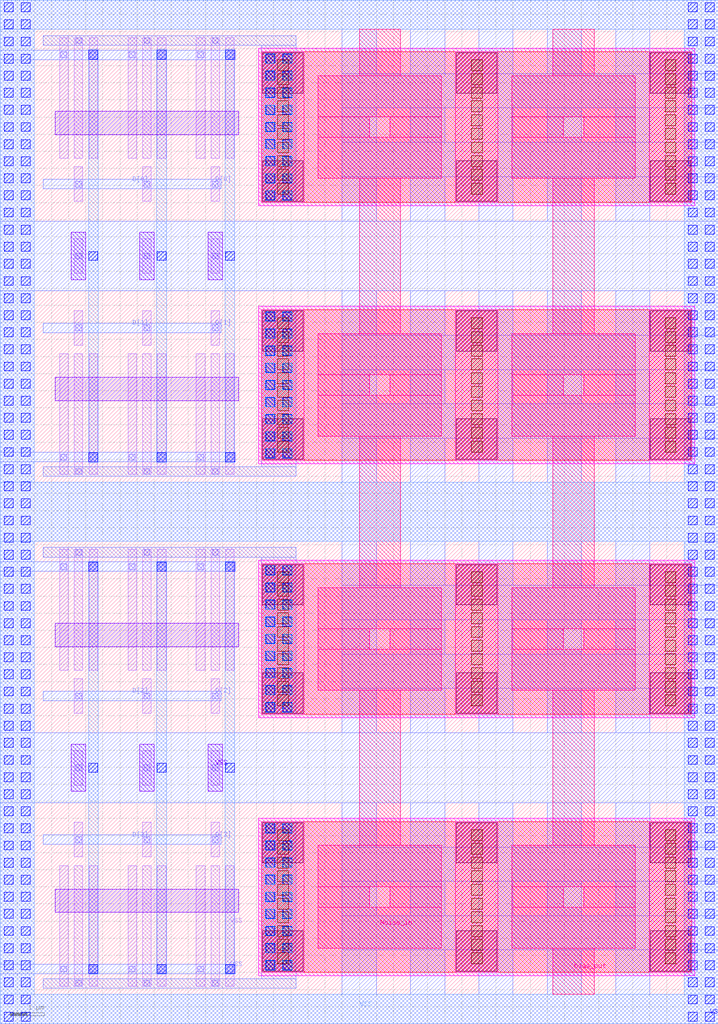
<source format=lef>
VERSION 5.7 ;
  NOWIREEXTENSIONATPIN ON ;
  DIVIDERCHAR "/" ;
  BUSBITCHARS "[]" ;
MACRO NOISE_INJECTION
  CLASS BLOCK ;
  FOREIGN NOISE_INJECTION ;
  ORIGIN 0.000 0.000 ;
  SIZE 21.000 BY 29.920 ;
  PIN D[3]
    ANTENNAGATEAREA 0.378000 ;
    PORT
      LAYER li1 ;
        RECT 2.165 4.875 2.415 5.885 ;
        RECT 4.165 4.875 4.415 5.885 ;
        RECT 6.165 4.875 6.415 5.885 ;
      LAYER mcon ;
        RECT 2.205 5.295 2.375 5.465 ;
        RECT 4.205 5.295 4.375 5.465 ;
        RECT 6.205 5.295 6.375 5.465 ;
      LAYER met1 ;
        RECT 1.260 5.240 6.460 5.520 ;
    END
  END D[3]
  PIN VSS
    ANTENNADIFFAREA 3.813600 ;
    PORT
      LAYER pwell ;
        RECT 2.075 21.750 2.505 23.130 ;
        RECT 4.075 21.750 4.505 23.130 ;
        RECT 6.075 21.750 6.505 23.130 ;
        RECT 2.075 6.790 2.505 8.170 ;
        RECT 4.075 6.790 4.505 8.170 ;
        RECT 6.075 6.790 6.505 8.170 ;
      LAYER li1 ;
        RECT 1.735 25.295 1.985 28.825 ;
        RECT 2.595 25.295 2.845 28.825 ;
        RECT 3.735 25.295 3.985 28.825 ;
        RECT 4.595 25.295 4.845 28.825 ;
        RECT 5.735 25.295 5.985 28.825 ;
        RECT 6.595 25.295 6.845 28.825 ;
        RECT 2.165 21.935 2.415 22.945 ;
        RECT 4.165 21.935 4.415 22.945 ;
        RECT 6.165 21.935 6.415 22.945 ;
        RECT 1.735 16.055 1.985 19.585 ;
        RECT 2.595 16.055 2.845 19.585 ;
        RECT 3.735 16.055 3.985 19.585 ;
        RECT 4.595 16.055 4.845 19.585 ;
        RECT 5.735 16.055 5.985 19.585 ;
        RECT 6.595 16.055 6.845 19.585 ;
        RECT 1.735 10.335 1.985 13.865 ;
        RECT 2.595 10.335 2.845 13.865 ;
        RECT 3.735 10.335 3.985 13.865 ;
        RECT 4.595 10.335 4.845 13.865 ;
        RECT 5.735 10.335 5.985 13.865 ;
        RECT 6.595 10.335 6.845 13.865 ;
        RECT 2.165 6.975 2.415 7.985 ;
        RECT 4.165 6.975 4.415 7.985 ;
        RECT 6.165 6.975 6.415 7.985 ;
        RECT 1.735 1.095 1.985 4.625 ;
        RECT 2.595 1.095 2.845 4.625 ;
        RECT 3.735 1.095 3.985 4.625 ;
        RECT 4.595 1.095 4.845 4.625 ;
        RECT 5.735 1.095 5.985 4.625 ;
        RECT 6.595 1.095 6.845 4.625 ;
      LAYER mcon ;
        RECT 1.775 28.235 1.945 28.405 ;
        RECT 2.635 28.235 2.805 28.405 ;
        RECT 3.775 28.235 3.945 28.405 ;
        RECT 4.635 28.235 4.805 28.405 ;
        RECT 5.775 28.235 5.945 28.405 ;
        RECT 6.635 28.235 6.805 28.405 ;
        RECT 2.205 22.355 2.375 22.525 ;
        RECT 4.205 22.355 4.375 22.525 ;
        RECT 6.205 22.355 6.375 22.525 ;
        RECT 1.775 16.475 1.945 16.645 ;
        RECT 2.635 16.475 2.805 16.645 ;
        RECT 3.775 16.475 3.945 16.645 ;
        RECT 4.635 16.475 4.805 16.645 ;
        RECT 5.775 16.475 5.945 16.645 ;
        RECT 6.635 16.475 6.805 16.645 ;
        RECT 1.775 13.275 1.945 13.445 ;
        RECT 2.635 13.275 2.805 13.445 ;
        RECT 3.775 13.275 3.945 13.445 ;
        RECT 4.635 13.275 4.805 13.445 ;
        RECT 5.775 13.275 5.945 13.445 ;
        RECT 6.635 13.275 6.805 13.445 ;
        RECT 2.205 7.395 2.375 7.565 ;
        RECT 4.205 7.395 4.375 7.565 ;
        RECT 6.205 7.395 6.375 7.565 ;
        RECT 1.775 1.515 1.945 1.685 ;
        RECT 2.635 1.515 2.805 1.685 ;
        RECT 3.775 1.515 3.945 1.685 ;
        RECT 4.635 1.515 4.805 1.685 ;
        RECT 5.775 1.515 5.945 1.685 ;
        RECT 6.635 1.515 6.805 1.685 ;
      LAYER met1 ;
        RECT 0.000 29.060 21.000 29.920 ;
        RECT 0.000 28.460 1.000 29.060 ;
        RECT 0.000 28.180 6.890 28.460 ;
        RECT 0.000 23.460 1.000 28.180 ;
        RECT 10.000 27.770 11.000 29.060 ;
        RECT 12.000 27.770 13.000 29.060 ;
        RECT 14.000 27.770 15.000 29.060 ;
        RECT 16.000 27.770 17.000 29.060 ;
        RECT 18.000 27.770 19.000 29.060 ;
        RECT 20.000 27.770 21.000 29.060 ;
        RECT 10.000 26.770 21.000 27.770 ;
        RECT 10.000 25.760 11.000 26.770 ;
        RECT 12.000 25.760 13.000 26.770 ;
        RECT 14.000 25.760 15.000 26.770 ;
        RECT 16.000 25.760 17.000 26.770 ;
        RECT 18.000 25.760 19.000 26.770 ;
        RECT 20.000 25.760 21.000 26.770 ;
        RECT 10.000 24.760 21.000 25.760 ;
        RECT 10.000 23.460 11.000 24.760 ;
        RECT 12.000 23.460 13.000 24.760 ;
        RECT 14.000 23.460 15.000 24.760 ;
        RECT 16.000 23.460 17.000 24.760 ;
        RECT 18.000 23.460 19.000 24.760 ;
        RECT 20.000 23.460 21.000 24.760 ;
        RECT 0.000 21.420 21.000 23.460 ;
        RECT 0.000 16.700 1.000 21.420 ;
        RECT 10.000 20.120 11.000 21.420 ;
        RECT 12.000 20.120 13.000 21.420 ;
        RECT 14.000 20.120 15.000 21.420 ;
        RECT 16.000 20.120 17.000 21.420 ;
        RECT 18.000 20.120 19.000 21.420 ;
        RECT 20.000 20.120 21.000 21.420 ;
        RECT 10.000 19.120 21.000 20.120 ;
        RECT 10.000 18.120 11.000 19.120 ;
        RECT 12.000 18.120 13.000 19.120 ;
        RECT 14.000 18.120 15.000 19.120 ;
        RECT 16.000 18.120 17.000 19.120 ;
        RECT 18.000 18.120 19.000 19.120 ;
        RECT 20.000 18.120 21.000 19.120 ;
        RECT 10.000 17.120 21.000 18.120 ;
        RECT 0.000 16.420 6.890 16.700 ;
        RECT 0.000 15.820 1.000 16.420 ;
        RECT 10.000 15.820 11.000 17.120 ;
        RECT 12.000 15.820 13.000 17.120 ;
        RECT 14.000 15.820 15.000 17.120 ;
        RECT 16.000 15.820 17.000 17.120 ;
        RECT 18.000 15.820 19.000 17.120 ;
        RECT 20.000 15.820 21.000 17.120 ;
        RECT 0.000 14.100 21.000 15.820 ;
        RECT 0.000 13.500 1.000 14.100 ;
        RECT 0.000 13.220 6.890 13.500 ;
        RECT 0.000 8.500 1.000 13.220 ;
        RECT 10.000 12.810 11.000 14.100 ;
        RECT 12.000 12.810 13.000 14.100 ;
        RECT 14.000 12.810 15.000 14.100 ;
        RECT 16.000 12.810 17.000 14.100 ;
        RECT 18.000 12.810 19.000 14.100 ;
        RECT 20.000 12.810 21.000 14.100 ;
        RECT 10.000 11.810 21.000 12.810 ;
        RECT 10.000 10.800 11.000 11.810 ;
        RECT 12.000 10.800 13.000 11.810 ;
        RECT 14.000 10.800 15.000 11.810 ;
        RECT 16.000 10.800 17.000 11.810 ;
        RECT 18.000 10.800 19.000 11.810 ;
        RECT 20.000 10.800 21.000 11.810 ;
        RECT 10.000 9.800 21.000 10.800 ;
        RECT 10.000 8.500 11.000 9.800 ;
        RECT 12.000 8.500 13.000 9.800 ;
        RECT 14.000 8.500 15.000 9.800 ;
        RECT 16.000 8.500 17.000 9.800 ;
        RECT 18.000 8.500 19.000 9.800 ;
        RECT 20.000 8.500 21.000 9.800 ;
        RECT 0.000 6.460 21.000 8.500 ;
        RECT 0.000 1.740 1.000 6.460 ;
        RECT 10.000 5.160 11.000 6.460 ;
        RECT 12.000 5.160 13.000 6.460 ;
        RECT 14.000 5.160 15.000 6.460 ;
        RECT 16.000 5.160 17.000 6.460 ;
        RECT 18.000 5.160 19.000 6.460 ;
        RECT 20.000 5.160 21.000 6.460 ;
        RECT 10.000 4.160 21.000 5.160 ;
        RECT 10.000 3.160 11.000 4.160 ;
        RECT 12.000 3.160 13.000 4.160 ;
        RECT 14.000 3.160 15.000 4.160 ;
        RECT 16.000 3.160 17.000 4.160 ;
        RECT 18.000 3.160 19.000 4.160 ;
        RECT 20.000 3.160 21.000 4.160 ;
        RECT 10.000 2.160 21.000 3.160 ;
        RECT 0.000 1.460 6.890 1.740 ;
        RECT 0.000 0.860 1.000 1.460 ;
        RECT 10.000 0.860 11.000 2.160 ;
        RECT 12.000 0.860 13.000 2.160 ;
        RECT 14.000 0.860 15.000 2.160 ;
        RECT 16.000 0.860 17.000 2.160 ;
        RECT 18.000 0.860 19.000 2.160 ;
        RECT 20.000 0.860 21.000 2.160 ;
        RECT 0.000 0.000 21.000 0.860 ;
      LAYER via ;
        RECT 0.120 29.580 0.380 29.840 ;
        RECT 0.620 29.580 0.880 29.840 ;
        RECT 20.120 29.580 20.380 29.840 ;
        RECT 20.620 29.580 20.880 29.840 ;
        RECT 0.120 29.080 0.380 29.340 ;
        RECT 0.620 29.080 0.880 29.340 ;
        RECT 20.120 29.080 20.380 29.340 ;
        RECT 20.620 29.080 20.880 29.340 ;
        RECT 0.120 28.580 0.380 28.840 ;
        RECT 0.620 28.580 0.880 28.840 ;
        RECT 0.120 28.080 0.380 28.340 ;
        RECT 0.620 28.080 0.880 28.340 ;
        RECT 2.590 28.190 2.850 28.450 ;
        RECT 4.590 28.190 4.850 28.450 ;
        RECT 6.590 28.190 6.850 28.450 ;
        RECT 0.120 27.580 0.380 27.840 ;
        RECT 0.620 27.580 0.880 27.840 ;
        RECT 0.120 27.080 0.380 27.340 ;
        RECT 0.620 27.080 0.880 27.340 ;
        RECT 0.120 26.580 0.380 26.840 ;
        RECT 0.620 26.580 0.880 26.840 ;
        RECT 0.120 26.080 0.380 26.340 ;
        RECT 0.620 26.080 0.880 26.340 ;
        RECT 0.120 25.580 0.380 25.840 ;
        RECT 0.620 25.580 0.880 25.840 ;
        RECT 0.120 25.080 0.380 25.340 ;
        RECT 0.620 25.080 0.880 25.340 ;
        RECT 0.120 24.580 0.380 24.840 ;
        RECT 0.620 24.580 0.880 24.840 ;
        RECT 0.120 24.080 0.380 24.340 ;
        RECT 0.620 24.080 0.880 24.340 ;
        RECT 0.120 23.580 0.380 23.840 ;
        RECT 0.620 23.580 0.880 23.840 ;
        RECT 20.120 28.580 20.380 28.840 ;
        RECT 20.620 28.580 20.880 28.840 ;
        RECT 20.120 28.080 20.380 28.340 ;
        RECT 20.620 28.080 20.880 28.340 ;
        RECT 20.120 27.580 20.380 27.840 ;
        RECT 20.620 27.580 20.880 27.840 ;
        RECT 20.120 27.080 20.380 27.340 ;
        RECT 20.620 27.080 20.880 27.340 ;
        RECT 20.120 26.580 20.380 26.840 ;
        RECT 20.620 26.580 20.880 26.840 ;
        RECT 20.120 26.080 20.380 26.340 ;
        RECT 20.620 26.080 20.880 26.340 ;
        RECT 20.120 25.580 20.380 25.840 ;
        RECT 20.620 25.580 20.880 25.840 ;
        RECT 20.120 25.080 20.380 25.340 ;
        RECT 20.620 25.080 20.880 25.340 ;
        RECT 20.120 24.580 20.380 24.840 ;
        RECT 20.620 24.580 20.880 24.840 ;
        RECT 20.120 24.080 20.380 24.340 ;
        RECT 20.620 24.080 20.880 24.340 ;
        RECT 20.120 23.580 20.380 23.840 ;
        RECT 20.620 23.580 20.880 23.840 ;
        RECT 0.120 23.080 0.380 23.340 ;
        RECT 0.620 23.080 0.880 23.340 ;
        RECT 20.120 23.080 20.380 23.340 ;
        RECT 20.620 23.080 20.880 23.340 ;
        RECT 0.120 22.580 0.380 22.840 ;
        RECT 0.620 22.580 0.880 22.840 ;
        RECT 20.120 22.580 20.380 22.840 ;
        RECT 20.620 22.580 20.880 22.840 ;
        RECT 0.120 22.080 0.380 22.340 ;
        RECT 0.620 22.080 0.880 22.340 ;
        RECT 2.590 22.310 2.850 22.570 ;
        RECT 4.590 22.310 4.850 22.570 ;
        RECT 6.590 22.310 6.850 22.570 ;
        RECT 20.120 22.080 20.380 22.340 ;
        RECT 20.620 22.080 20.880 22.340 ;
        RECT 0.120 21.580 0.380 21.840 ;
        RECT 0.620 21.580 0.880 21.840 ;
        RECT 20.120 21.580 20.380 21.840 ;
        RECT 20.620 21.580 20.880 21.840 ;
        RECT 0.120 21.080 0.380 21.340 ;
        RECT 0.620 21.080 0.880 21.340 ;
        RECT 0.120 20.580 0.380 20.840 ;
        RECT 0.620 20.580 0.880 20.840 ;
        RECT 0.120 20.080 0.380 20.340 ;
        RECT 0.620 20.080 0.880 20.340 ;
        RECT 0.120 19.580 0.380 19.840 ;
        RECT 0.620 19.580 0.880 19.840 ;
        RECT 0.120 19.080 0.380 19.340 ;
        RECT 0.620 19.080 0.880 19.340 ;
        RECT 0.120 18.580 0.380 18.840 ;
        RECT 0.620 18.580 0.880 18.840 ;
        RECT 0.120 18.080 0.380 18.340 ;
        RECT 0.620 18.080 0.880 18.340 ;
        RECT 0.120 17.580 0.380 17.840 ;
        RECT 0.620 17.580 0.880 17.840 ;
        RECT 0.120 17.080 0.380 17.340 ;
        RECT 0.620 17.080 0.880 17.340 ;
        RECT 0.120 16.580 0.380 16.840 ;
        RECT 0.620 16.580 0.880 16.840 ;
        RECT 20.120 21.080 20.380 21.340 ;
        RECT 20.620 21.080 20.880 21.340 ;
        RECT 20.120 20.580 20.380 20.840 ;
        RECT 20.620 20.580 20.880 20.840 ;
        RECT 20.120 20.080 20.380 20.340 ;
        RECT 20.620 20.080 20.880 20.340 ;
        RECT 20.120 19.580 20.380 19.840 ;
        RECT 20.620 19.580 20.880 19.840 ;
        RECT 20.120 19.080 20.380 19.340 ;
        RECT 20.620 19.080 20.880 19.340 ;
        RECT 20.120 18.580 20.380 18.840 ;
        RECT 20.620 18.580 20.880 18.840 ;
        RECT 20.120 18.080 20.380 18.340 ;
        RECT 20.620 18.080 20.880 18.340 ;
        RECT 20.120 17.580 20.380 17.840 ;
        RECT 20.620 17.580 20.880 17.840 ;
        RECT 2.590 16.430 2.850 16.690 ;
        RECT 4.590 16.430 4.850 16.690 ;
        RECT 6.590 16.430 6.850 16.690 ;
        RECT 0.120 16.080 0.380 16.340 ;
        RECT 0.620 16.080 0.880 16.340 ;
        RECT 0.120 15.580 0.380 15.840 ;
        RECT 0.620 15.580 0.880 15.840 ;
        RECT 20.120 17.080 20.380 17.340 ;
        RECT 20.620 17.080 20.880 17.340 ;
        RECT 20.120 16.580 20.380 16.840 ;
        RECT 20.620 16.580 20.880 16.840 ;
        RECT 20.120 16.080 20.380 16.340 ;
        RECT 20.620 16.080 20.880 16.340 ;
        RECT 20.120 15.580 20.380 15.840 ;
        RECT 20.620 15.580 20.880 15.840 ;
        RECT 0.120 15.080 0.380 15.340 ;
        RECT 0.620 15.080 0.880 15.340 ;
        RECT 20.120 15.080 20.380 15.340 ;
        RECT 20.620 15.080 20.880 15.340 ;
        RECT 0.120 14.580 0.380 14.840 ;
        RECT 0.620 14.580 0.880 14.840 ;
        RECT 20.120 14.580 20.380 14.840 ;
        RECT 20.620 14.580 20.880 14.840 ;
        RECT 0.120 14.080 0.380 14.340 ;
        RECT 0.620 14.080 0.880 14.340 ;
        RECT 0.120 13.580 0.380 13.840 ;
        RECT 0.620 13.580 0.880 13.840 ;
        RECT 0.120 13.080 0.380 13.340 ;
        RECT 0.620 13.080 0.880 13.340 ;
        RECT 2.590 13.230 2.850 13.490 ;
        RECT 4.590 13.230 4.850 13.490 ;
        RECT 6.590 13.230 6.850 13.490 ;
        RECT 0.120 12.580 0.380 12.840 ;
        RECT 0.620 12.580 0.880 12.840 ;
        RECT 0.120 12.080 0.380 12.340 ;
        RECT 0.620 12.080 0.880 12.340 ;
        RECT 0.120 11.580 0.380 11.840 ;
        RECT 0.620 11.580 0.880 11.840 ;
        RECT 0.120 11.080 0.380 11.340 ;
        RECT 0.620 11.080 0.880 11.340 ;
        RECT 0.120 10.580 0.380 10.840 ;
        RECT 0.620 10.580 0.880 10.840 ;
        RECT 0.120 10.080 0.380 10.340 ;
        RECT 0.620 10.080 0.880 10.340 ;
        RECT 0.120 9.580 0.380 9.840 ;
        RECT 0.620 9.580 0.880 9.840 ;
        RECT 0.120 9.080 0.380 9.340 ;
        RECT 0.620 9.080 0.880 9.340 ;
        RECT 0.120 8.580 0.380 8.840 ;
        RECT 0.620 8.580 0.880 8.840 ;
        RECT 20.120 14.080 20.380 14.340 ;
        RECT 20.620 14.080 20.880 14.340 ;
        RECT 20.120 13.580 20.380 13.840 ;
        RECT 20.620 13.580 20.880 13.840 ;
        RECT 20.120 13.080 20.380 13.340 ;
        RECT 20.620 13.080 20.880 13.340 ;
        RECT 20.120 12.580 20.380 12.840 ;
        RECT 20.620 12.580 20.880 12.840 ;
        RECT 20.120 12.080 20.380 12.340 ;
        RECT 20.620 12.080 20.880 12.340 ;
        RECT 20.120 11.580 20.380 11.840 ;
        RECT 20.620 11.580 20.880 11.840 ;
        RECT 20.120 11.080 20.380 11.340 ;
        RECT 20.620 11.080 20.880 11.340 ;
        RECT 20.120 10.580 20.380 10.840 ;
        RECT 20.620 10.580 20.880 10.840 ;
        RECT 20.120 10.080 20.380 10.340 ;
        RECT 20.620 10.080 20.880 10.340 ;
        RECT 20.120 9.580 20.380 9.840 ;
        RECT 20.620 9.580 20.880 9.840 ;
        RECT 20.120 9.080 20.380 9.340 ;
        RECT 20.620 9.080 20.880 9.340 ;
        RECT 20.120 8.580 20.380 8.840 ;
        RECT 20.620 8.580 20.880 8.840 ;
        RECT 0.120 8.080 0.380 8.340 ;
        RECT 0.620 8.080 0.880 8.340 ;
        RECT 20.120 8.080 20.380 8.340 ;
        RECT 20.620 8.080 20.880 8.340 ;
        RECT 0.120 7.580 0.380 7.840 ;
        RECT 0.620 7.580 0.880 7.840 ;
        RECT 2.590 7.350 2.850 7.610 ;
        RECT 4.590 7.350 4.850 7.610 ;
        RECT 6.590 7.350 6.850 7.610 ;
        RECT 20.120 7.580 20.380 7.840 ;
        RECT 20.620 7.580 20.880 7.840 ;
        RECT 0.120 7.080 0.380 7.340 ;
        RECT 0.620 7.080 0.880 7.340 ;
        RECT 20.120 7.080 20.380 7.340 ;
        RECT 20.620 7.080 20.880 7.340 ;
        RECT 0.120 6.580 0.380 6.840 ;
        RECT 0.620 6.580 0.880 6.840 ;
        RECT 20.120 6.580 20.380 6.840 ;
        RECT 20.620 6.580 20.880 6.840 ;
        RECT 0.120 6.080 0.380 6.340 ;
        RECT 0.620 6.080 0.880 6.340 ;
        RECT 0.120 5.580 0.380 5.840 ;
        RECT 0.620 5.580 0.880 5.840 ;
        RECT 0.120 5.080 0.380 5.340 ;
        RECT 0.620 5.080 0.880 5.340 ;
        RECT 0.120 4.580 0.380 4.840 ;
        RECT 0.620 4.580 0.880 4.840 ;
        RECT 0.120 4.080 0.380 4.340 ;
        RECT 0.620 4.080 0.880 4.340 ;
        RECT 0.120 3.580 0.380 3.840 ;
        RECT 0.620 3.580 0.880 3.840 ;
        RECT 0.120 3.080 0.380 3.340 ;
        RECT 0.620 3.080 0.880 3.340 ;
        RECT 0.120 2.580 0.380 2.840 ;
        RECT 0.620 2.580 0.880 2.840 ;
        RECT 0.120 2.080 0.380 2.340 ;
        RECT 0.620 2.080 0.880 2.340 ;
        RECT 0.120 1.580 0.380 1.840 ;
        RECT 0.620 1.580 0.880 1.840 ;
        RECT 20.120 6.080 20.380 6.340 ;
        RECT 20.620 6.080 20.880 6.340 ;
        RECT 20.120 5.580 20.380 5.840 ;
        RECT 20.620 5.580 20.880 5.840 ;
        RECT 20.120 5.080 20.380 5.340 ;
        RECT 20.620 5.080 20.880 5.340 ;
        RECT 20.120 4.580 20.380 4.840 ;
        RECT 20.620 4.580 20.880 4.840 ;
        RECT 20.120 4.080 20.380 4.340 ;
        RECT 20.620 4.080 20.880 4.340 ;
        RECT 20.120 3.580 20.380 3.840 ;
        RECT 20.620 3.580 20.880 3.840 ;
        RECT 20.120 3.080 20.380 3.340 ;
        RECT 20.620 3.080 20.880 3.340 ;
        RECT 20.120 2.580 20.380 2.840 ;
        RECT 20.620 2.580 20.880 2.840 ;
        RECT 2.590 1.470 2.850 1.730 ;
        RECT 4.590 1.470 4.850 1.730 ;
        RECT 6.590 1.470 6.850 1.730 ;
        RECT 0.120 1.080 0.380 1.340 ;
        RECT 0.620 1.080 0.880 1.340 ;
        RECT 20.120 2.080 20.380 2.340 ;
        RECT 20.620 2.080 20.880 2.340 ;
        RECT 20.120 1.580 20.380 1.840 ;
        RECT 20.620 1.580 20.880 1.840 ;
        RECT 20.120 1.080 20.380 1.340 ;
        RECT 20.620 1.080 20.880 1.340 ;
        RECT 0.120 0.580 0.380 0.840 ;
        RECT 0.620 0.580 0.880 0.840 ;
        RECT 20.120 0.580 20.380 0.840 ;
        RECT 20.620 0.580 20.880 0.840 ;
        RECT 0.120 0.080 0.380 0.340 ;
        RECT 0.620 0.080 0.880 0.340 ;
        RECT 20.120 0.080 20.380 0.340 ;
        RECT 20.620 0.080 20.880 0.340 ;
      LAYER met2 ;
        RECT 0.000 29.060 21.000 29.920 ;
        RECT 0.000 15.820 1.000 29.060 ;
        RECT 2.580 16.400 2.860 28.480 ;
        RECT 4.580 16.400 4.860 28.480 ;
        RECT 6.580 16.400 6.860 28.480 ;
        RECT 20.000 15.820 21.000 29.060 ;
        RECT 0.000 14.100 21.000 15.820 ;
        RECT 0.000 0.860 1.000 14.100 ;
        RECT 2.580 1.440 2.860 13.520 ;
        RECT 4.580 1.440 4.860 13.520 ;
        RECT 6.580 1.440 6.860 13.520 ;
        RECT 20.000 0.860 21.000 14.100 ;
        RECT 0.000 0.000 21.000 0.860 ;
    END
  END VSS
  PIN D[2]
    ANTENNAGATEAREA 0.378000 ;
    PORT
      LAYER li1 ;
        RECT 2.165 9.075 2.415 10.085 ;
        RECT 4.165 9.075 4.415 10.085 ;
        RECT 6.165 9.075 6.415 10.085 ;
      LAYER mcon ;
        RECT 2.205 9.495 2.375 9.665 ;
        RECT 4.205 9.495 4.375 9.665 ;
        RECT 6.205 9.495 6.375 9.665 ;
      LAYER met1 ;
        RECT 1.260 9.440 6.460 9.720 ;
    END
  END D[2]
  PIN D[1]
    ANTENNAGATEAREA 0.378000 ;
    PORT
      LAYER li1 ;
        RECT 2.165 19.835 2.415 20.845 ;
        RECT 4.165 19.835 4.415 20.845 ;
        RECT 6.165 19.835 6.415 20.845 ;
      LAYER mcon ;
        RECT 2.205 20.255 2.375 20.425 ;
        RECT 4.205 20.255 4.375 20.425 ;
        RECT 6.205 20.255 6.375 20.425 ;
      LAYER met1 ;
        RECT 1.260 20.200 6.460 20.480 ;
    END
  END D[1]
  PIN D[0]
    ANTENNAGATEAREA 0.378000 ;
    PORT
      LAYER li1 ;
        RECT 2.165 24.035 2.415 25.045 ;
        RECT 4.165 24.035 4.415 25.045 ;
        RECT 6.165 24.035 6.415 25.045 ;
      LAYER mcon ;
        RECT 2.205 24.455 2.375 24.625 ;
        RECT 4.205 24.455 4.375 24.625 ;
        RECT 6.205 24.455 6.375 24.625 ;
      LAYER met1 ;
        RECT 1.260 24.400 6.460 24.680 ;
    END
  END D[0]
  PIN Noise_in
    PORT
      LAYER met4 ;
        RECT 10.500 27.710 11.700 29.060 ;
        RECT 9.300 26.510 12.900 27.710 ;
        RECT 9.300 25.910 10.800 26.510 ;
        RECT 11.400 25.910 12.900 26.510 ;
        RECT 9.300 24.710 12.900 25.910 ;
        RECT 10.500 20.170 11.700 24.710 ;
        RECT 9.300 18.970 12.900 20.170 ;
        RECT 9.300 18.370 10.800 18.970 ;
        RECT 11.400 18.370 12.900 18.970 ;
        RECT 9.300 17.170 12.900 18.370 ;
        RECT 10.500 12.750 11.700 17.170 ;
        RECT 9.300 11.550 12.900 12.750 ;
        RECT 9.300 10.950 10.800 11.550 ;
        RECT 11.400 10.950 12.900 11.550 ;
        RECT 9.300 9.750 12.900 10.950 ;
        RECT 10.500 5.210 11.700 9.750 ;
        RECT 9.300 4.010 12.900 5.210 ;
        RECT 9.300 3.410 10.800 4.010 ;
        RECT 11.400 3.410 12.900 4.010 ;
        RECT 9.300 2.210 12.900 3.410 ;
    END
  END Noise_in
  PIN bias_out
    PORT
      LAYER met4 ;
        RECT 16.170 27.710 17.370 29.060 ;
        RECT 14.970 26.510 18.570 27.710 ;
        RECT 14.970 25.910 16.470 26.510 ;
        RECT 17.070 25.910 18.570 26.510 ;
        RECT 14.970 24.710 18.570 25.910 ;
        RECT 16.170 20.170 17.370 24.710 ;
        RECT 14.970 18.970 18.570 20.170 ;
        RECT 14.970 18.370 16.470 18.970 ;
        RECT 17.070 18.370 18.570 18.970 ;
        RECT 14.970 17.170 18.570 18.370 ;
        RECT 16.170 12.750 17.370 17.170 ;
        RECT 14.970 11.550 18.570 12.750 ;
        RECT 14.970 10.950 16.470 11.550 ;
        RECT 17.070 10.950 18.570 11.550 ;
        RECT 14.970 9.750 18.570 10.950 ;
        RECT 16.170 5.210 17.370 9.750 ;
        RECT 14.970 4.010 18.570 5.210 ;
        RECT 14.970 3.410 16.470 4.010 ;
        RECT 17.070 3.410 18.570 4.010 ;
        RECT 14.970 2.210 18.570 3.410 ;
        RECT 16.170 0.860 17.370 2.210 ;
    END
  END bias_out
  OBS
      LAYER pwell ;
        RECT 1.605 25.985 6.975 26.665 ;
        RECT 1.605 18.215 6.975 18.895 ;
        RECT 1.605 11.025 6.975 11.705 ;
        RECT 1.605 3.255 6.975 3.935 ;
      LAYER li1 ;
        RECT 2.165 25.295 2.415 28.825 ;
        RECT 4.165 25.295 4.415 28.825 ;
        RECT 6.165 25.295 6.415 28.825 ;
        RECT 2.165 16.055 2.415 19.585 ;
        RECT 4.165 16.055 4.415 19.585 ;
        RECT 6.165 16.055 6.415 19.585 ;
        RECT 2.165 10.335 2.415 13.865 ;
        RECT 4.165 10.335 4.415 13.865 ;
        RECT 6.165 10.335 6.415 13.865 ;
        RECT 2.165 1.095 2.415 4.625 ;
        RECT 4.165 1.095 4.415 4.625 ;
        RECT 6.165 1.095 6.415 4.625 ;
      LAYER mcon ;
        RECT 2.205 28.655 2.375 28.825 ;
        RECT 4.205 28.655 4.375 28.825 ;
        RECT 6.205 28.655 6.375 28.825 ;
        RECT 2.205 16.055 2.375 16.225 ;
        RECT 4.205 16.055 4.375 16.225 ;
        RECT 6.205 16.055 6.375 16.225 ;
        RECT 2.205 13.695 2.375 13.865 ;
        RECT 4.205 13.695 4.375 13.865 ;
        RECT 6.205 13.695 6.375 13.865 ;
        RECT 2.205 1.095 2.375 1.265 ;
        RECT 4.205 1.095 4.375 1.265 ;
        RECT 6.205 1.095 6.375 1.265 ;
      LAYER met1 ;
        RECT 1.260 28.600 8.650 28.880 ;
        RECT 7.650 24.010 8.650 28.600 ;
        RECT 7.650 16.280 8.650 20.870 ;
        RECT 1.260 16.000 8.650 16.280 ;
        RECT 1.260 13.640 8.650 13.920 ;
        RECT 7.650 9.050 8.650 13.640 ;
        RECT 7.650 1.320 8.650 5.910 ;
        RECT 1.260 1.040 8.650 1.320 ;
      LAYER via ;
        RECT 7.770 28.080 8.030 28.340 ;
        RECT 8.270 28.080 8.530 28.340 ;
        RECT 7.770 27.580 8.030 27.840 ;
        RECT 8.270 27.580 8.530 27.840 ;
        RECT 7.770 27.080 8.030 27.340 ;
        RECT 8.270 27.080 8.530 27.340 ;
        RECT 7.770 26.580 8.030 26.840 ;
        RECT 8.270 26.580 8.530 26.840 ;
        RECT 7.770 26.080 8.030 26.340 ;
        RECT 8.270 26.080 8.530 26.340 ;
        RECT 7.770 25.580 8.030 25.840 ;
        RECT 8.270 25.580 8.530 25.840 ;
        RECT 7.770 25.080 8.030 25.340 ;
        RECT 8.270 25.080 8.530 25.340 ;
        RECT 7.770 24.580 8.030 24.840 ;
        RECT 8.270 24.580 8.530 24.840 ;
        RECT 7.770 24.080 8.030 24.340 ;
        RECT 8.270 24.080 8.530 24.340 ;
        RECT 7.770 20.540 8.030 20.800 ;
        RECT 8.270 20.540 8.530 20.800 ;
        RECT 7.770 20.040 8.030 20.300 ;
        RECT 8.270 20.040 8.530 20.300 ;
        RECT 7.770 19.540 8.030 19.800 ;
        RECT 8.270 19.540 8.530 19.800 ;
        RECT 7.770 19.040 8.030 19.300 ;
        RECT 8.270 19.040 8.530 19.300 ;
        RECT 7.770 18.540 8.030 18.800 ;
        RECT 8.270 18.540 8.530 18.800 ;
        RECT 7.770 18.040 8.030 18.300 ;
        RECT 8.270 18.040 8.530 18.300 ;
        RECT 7.770 17.540 8.030 17.800 ;
        RECT 8.270 17.540 8.530 17.800 ;
        RECT 7.770 17.040 8.030 17.300 ;
        RECT 8.270 17.040 8.530 17.300 ;
        RECT 7.770 16.540 8.030 16.800 ;
        RECT 8.270 16.540 8.530 16.800 ;
        RECT 7.770 13.120 8.030 13.380 ;
        RECT 8.270 13.120 8.530 13.380 ;
        RECT 7.770 12.620 8.030 12.880 ;
        RECT 8.270 12.620 8.530 12.880 ;
        RECT 7.770 12.120 8.030 12.380 ;
        RECT 8.270 12.120 8.530 12.380 ;
        RECT 7.770 11.620 8.030 11.880 ;
        RECT 8.270 11.620 8.530 11.880 ;
        RECT 7.770 11.120 8.030 11.380 ;
        RECT 8.270 11.120 8.530 11.380 ;
        RECT 7.770 10.620 8.030 10.880 ;
        RECT 8.270 10.620 8.530 10.880 ;
        RECT 7.770 10.120 8.030 10.380 ;
        RECT 8.270 10.120 8.530 10.380 ;
        RECT 7.770 9.620 8.030 9.880 ;
        RECT 8.270 9.620 8.530 9.880 ;
        RECT 7.770 9.120 8.030 9.380 ;
        RECT 8.270 9.120 8.530 9.380 ;
        RECT 7.770 5.580 8.030 5.840 ;
        RECT 8.270 5.580 8.530 5.840 ;
        RECT 7.770 5.080 8.030 5.340 ;
        RECT 8.270 5.080 8.530 5.340 ;
        RECT 7.770 4.580 8.030 4.840 ;
        RECT 8.270 4.580 8.530 4.840 ;
        RECT 7.770 4.080 8.030 4.340 ;
        RECT 8.270 4.080 8.530 4.340 ;
        RECT 7.770 3.580 8.030 3.840 ;
        RECT 8.270 3.580 8.530 3.840 ;
        RECT 7.770 3.080 8.030 3.340 ;
        RECT 8.270 3.080 8.530 3.340 ;
        RECT 7.770 2.580 8.030 2.840 ;
        RECT 8.270 2.580 8.530 2.840 ;
        RECT 7.770 2.080 8.030 2.340 ;
        RECT 8.270 2.080 8.530 2.340 ;
        RECT 7.770 1.580 8.030 1.840 ;
        RECT 8.270 1.580 8.530 1.840 ;
      LAYER met2 ;
        RECT 7.650 24.010 8.650 28.410 ;
        RECT 7.650 16.470 8.650 20.870 ;
        RECT 7.650 9.050 8.650 13.450 ;
        RECT 7.650 1.510 8.650 5.910 ;
      LAYER via2 ;
        RECT 7.760 28.070 8.040 28.350 ;
        RECT 8.260 28.070 8.540 28.350 ;
        RECT 7.760 27.570 8.040 27.850 ;
        RECT 8.260 27.570 8.540 27.850 ;
        RECT 7.760 27.070 8.040 27.350 ;
        RECT 8.260 27.070 8.540 27.350 ;
        RECT 7.760 26.570 8.040 26.850 ;
        RECT 8.260 26.570 8.540 26.850 ;
        RECT 7.760 26.070 8.040 26.350 ;
        RECT 8.260 26.070 8.540 26.350 ;
        RECT 7.760 25.570 8.040 25.850 ;
        RECT 8.260 25.570 8.540 25.850 ;
        RECT 7.760 25.070 8.040 25.350 ;
        RECT 8.260 25.070 8.540 25.350 ;
        RECT 7.760 24.570 8.040 24.850 ;
        RECT 8.260 24.570 8.540 24.850 ;
        RECT 7.760 24.070 8.040 24.350 ;
        RECT 8.260 24.070 8.540 24.350 ;
        RECT 7.760 20.530 8.040 20.810 ;
        RECT 8.260 20.530 8.540 20.810 ;
        RECT 7.760 20.030 8.040 20.310 ;
        RECT 8.260 20.030 8.540 20.310 ;
        RECT 7.760 19.530 8.040 19.810 ;
        RECT 8.260 19.530 8.540 19.810 ;
        RECT 7.760 19.030 8.040 19.310 ;
        RECT 8.260 19.030 8.540 19.310 ;
        RECT 7.760 18.530 8.040 18.810 ;
        RECT 8.260 18.530 8.540 18.810 ;
        RECT 7.760 18.030 8.040 18.310 ;
        RECT 8.260 18.030 8.540 18.310 ;
        RECT 7.760 17.530 8.040 17.810 ;
        RECT 8.260 17.530 8.540 17.810 ;
        RECT 7.760 17.030 8.040 17.310 ;
        RECT 8.260 17.030 8.540 17.310 ;
        RECT 7.760 16.530 8.040 16.810 ;
        RECT 8.260 16.530 8.540 16.810 ;
        RECT 7.760 13.110 8.040 13.390 ;
        RECT 8.260 13.110 8.540 13.390 ;
        RECT 7.760 12.610 8.040 12.890 ;
        RECT 8.260 12.610 8.540 12.890 ;
        RECT 7.760 12.110 8.040 12.390 ;
        RECT 8.260 12.110 8.540 12.390 ;
        RECT 7.760 11.610 8.040 11.890 ;
        RECT 8.260 11.610 8.540 11.890 ;
        RECT 7.760 11.110 8.040 11.390 ;
        RECT 8.260 11.110 8.540 11.390 ;
        RECT 7.760 10.610 8.040 10.890 ;
        RECT 8.260 10.610 8.540 10.890 ;
        RECT 7.760 10.110 8.040 10.390 ;
        RECT 8.260 10.110 8.540 10.390 ;
        RECT 7.760 9.610 8.040 9.890 ;
        RECT 8.260 9.610 8.540 9.890 ;
        RECT 7.760 9.110 8.040 9.390 ;
        RECT 8.260 9.110 8.540 9.390 ;
        RECT 7.760 5.570 8.040 5.850 ;
        RECT 8.260 5.570 8.540 5.850 ;
        RECT 7.760 5.070 8.040 5.350 ;
        RECT 8.260 5.070 8.540 5.350 ;
        RECT 7.760 4.570 8.040 4.850 ;
        RECT 8.260 4.570 8.540 4.850 ;
        RECT 7.760 4.070 8.040 4.350 ;
        RECT 8.260 4.070 8.540 4.350 ;
        RECT 7.760 3.570 8.040 3.850 ;
        RECT 8.260 3.570 8.540 3.850 ;
        RECT 7.760 3.070 8.040 3.350 ;
        RECT 8.260 3.070 8.540 3.350 ;
        RECT 7.760 2.570 8.040 2.850 ;
        RECT 8.260 2.570 8.540 2.850 ;
        RECT 7.760 2.070 8.040 2.350 ;
        RECT 8.260 2.070 8.540 2.350 ;
        RECT 7.760 1.570 8.040 1.850 ;
        RECT 8.260 1.570 8.540 1.850 ;
      LAYER met3 ;
        RECT 7.650 24.010 20.220 28.410 ;
        RECT 7.650 16.470 20.220 20.870 ;
        RECT 7.650 9.050 20.220 13.450 ;
        RECT 7.650 1.510 20.220 5.910 ;
      LAYER via3 ;
        RECT 8.105 27.850 8.425 28.170 ;
        RECT 13.775 27.850 14.095 28.170 ;
        RECT 19.445 27.850 19.765 28.170 ;
        RECT 8.105 27.450 8.425 27.770 ;
        RECT 13.775 27.450 14.095 27.770 ;
        RECT 19.445 27.450 19.765 27.770 ;
        RECT 8.105 27.050 8.425 27.370 ;
        RECT 13.775 27.050 14.095 27.370 ;
        RECT 19.445 27.050 19.765 27.370 ;
        RECT 8.105 26.650 8.425 26.970 ;
        RECT 13.775 26.650 14.095 26.970 ;
        RECT 19.445 26.650 19.765 26.970 ;
        RECT 8.105 26.250 8.425 26.570 ;
        RECT 13.775 26.250 14.095 26.570 ;
        RECT 19.445 26.250 19.765 26.570 ;
        RECT 8.105 25.850 8.425 26.170 ;
        RECT 13.775 25.850 14.095 26.170 ;
        RECT 19.445 25.850 19.765 26.170 ;
        RECT 8.105 25.450 8.425 25.770 ;
        RECT 13.775 25.450 14.095 25.770 ;
        RECT 19.445 25.450 19.765 25.770 ;
        RECT 8.105 25.050 8.425 25.370 ;
        RECT 13.775 25.050 14.095 25.370 ;
        RECT 19.445 25.050 19.765 25.370 ;
        RECT 8.105 24.650 8.425 24.970 ;
        RECT 13.775 24.650 14.095 24.970 ;
        RECT 19.445 24.650 19.765 24.970 ;
        RECT 8.105 24.250 8.425 24.570 ;
        RECT 13.775 24.250 14.095 24.570 ;
        RECT 19.445 24.250 19.765 24.570 ;
        RECT 8.105 20.310 8.425 20.630 ;
        RECT 13.775 20.310 14.095 20.630 ;
        RECT 19.445 20.310 19.765 20.630 ;
        RECT 8.105 19.910 8.425 20.230 ;
        RECT 13.775 19.910 14.095 20.230 ;
        RECT 19.445 19.910 19.765 20.230 ;
        RECT 8.105 19.510 8.425 19.830 ;
        RECT 13.775 19.510 14.095 19.830 ;
        RECT 19.445 19.510 19.765 19.830 ;
        RECT 8.105 19.110 8.425 19.430 ;
        RECT 13.775 19.110 14.095 19.430 ;
        RECT 19.445 19.110 19.765 19.430 ;
        RECT 8.105 18.710 8.425 19.030 ;
        RECT 13.775 18.710 14.095 19.030 ;
        RECT 19.445 18.710 19.765 19.030 ;
        RECT 8.105 18.310 8.425 18.630 ;
        RECT 13.775 18.310 14.095 18.630 ;
        RECT 19.445 18.310 19.765 18.630 ;
        RECT 8.105 17.910 8.425 18.230 ;
        RECT 13.775 17.910 14.095 18.230 ;
        RECT 19.445 17.910 19.765 18.230 ;
        RECT 8.105 17.510 8.425 17.830 ;
        RECT 13.775 17.510 14.095 17.830 ;
        RECT 19.445 17.510 19.765 17.830 ;
        RECT 8.105 17.110 8.425 17.430 ;
        RECT 13.775 17.110 14.095 17.430 ;
        RECT 19.445 17.110 19.765 17.430 ;
        RECT 8.105 16.710 8.425 17.030 ;
        RECT 13.775 16.710 14.095 17.030 ;
        RECT 19.445 16.710 19.765 17.030 ;
        RECT 8.105 12.890 8.425 13.210 ;
        RECT 13.775 12.890 14.095 13.210 ;
        RECT 19.445 12.890 19.765 13.210 ;
        RECT 8.105 12.490 8.425 12.810 ;
        RECT 13.775 12.490 14.095 12.810 ;
        RECT 19.445 12.490 19.765 12.810 ;
        RECT 8.105 12.090 8.425 12.410 ;
        RECT 13.775 12.090 14.095 12.410 ;
        RECT 19.445 12.090 19.765 12.410 ;
        RECT 8.105 11.690 8.425 12.010 ;
        RECT 13.775 11.690 14.095 12.010 ;
        RECT 19.445 11.690 19.765 12.010 ;
        RECT 8.105 11.290 8.425 11.610 ;
        RECT 13.775 11.290 14.095 11.610 ;
        RECT 19.445 11.290 19.765 11.610 ;
        RECT 8.105 10.890 8.425 11.210 ;
        RECT 13.775 10.890 14.095 11.210 ;
        RECT 19.445 10.890 19.765 11.210 ;
        RECT 8.105 10.490 8.425 10.810 ;
        RECT 13.775 10.490 14.095 10.810 ;
        RECT 19.445 10.490 19.765 10.810 ;
        RECT 8.105 10.090 8.425 10.410 ;
        RECT 13.775 10.090 14.095 10.410 ;
        RECT 19.445 10.090 19.765 10.410 ;
        RECT 8.105 9.690 8.425 10.010 ;
        RECT 13.775 9.690 14.095 10.010 ;
        RECT 19.445 9.690 19.765 10.010 ;
        RECT 8.105 9.290 8.425 9.610 ;
        RECT 13.775 9.290 14.095 9.610 ;
        RECT 19.445 9.290 19.765 9.610 ;
        RECT 8.105 5.350 8.425 5.670 ;
        RECT 13.775 5.350 14.095 5.670 ;
        RECT 19.445 5.350 19.765 5.670 ;
        RECT 8.105 4.950 8.425 5.270 ;
        RECT 13.775 4.950 14.095 5.270 ;
        RECT 19.445 4.950 19.765 5.270 ;
        RECT 8.105 4.550 8.425 4.870 ;
        RECT 13.775 4.550 14.095 4.870 ;
        RECT 19.445 4.550 19.765 4.870 ;
        RECT 8.105 4.150 8.425 4.470 ;
        RECT 13.775 4.150 14.095 4.470 ;
        RECT 19.445 4.150 19.765 4.470 ;
        RECT 8.105 3.750 8.425 4.070 ;
        RECT 13.775 3.750 14.095 4.070 ;
        RECT 19.445 3.750 19.765 4.070 ;
        RECT 8.105 3.350 8.425 3.670 ;
        RECT 13.775 3.350 14.095 3.670 ;
        RECT 19.445 3.350 19.765 3.670 ;
        RECT 8.105 2.950 8.425 3.270 ;
        RECT 13.775 2.950 14.095 3.270 ;
        RECT 19.445 2.950 19.765 3.270 ;
        RECT 8.105 2.550 8.425 2.870 ;
        RECT 13.775 2.550 14.095 2.870 ;
        RECT 19.445 2.550 19.765 2.870 ;
        RECT 8.105 2.150 8.425 2.470 ;
        RECT 13.775 2.150 14.095 2.470 ;
        RECT 19.445 2.150 19.765 2.470 ;
        RECT 8.105 1.750 8.425 2.070 ;
        RECT 13.775 1.750 14.095 2.070 ;
        RECT 19.445 1.750 19.765 2.070 ;
      LAYER met4 ;
        RECT 7.650 24.010 8.880 28.410 ;
        RECT 13.320 24.010 14.550 28.410 ;
        RECT 18.990 24.010 20.220 28.410 ;
        RECT 7.650 16.470 8.880 20.870 ;
        RECT 13.320 16.470 14.550 20.870 ;
        RECT 18.990 16.470 20.220 20.870 ;
        RECT 7.650 9.050 8.880 13.450 ;
        RECT 13.320 9.050 14.550 13.450 ;
        RECT 18.990 9.050 20.220 13.450 ;
        RECT 7.650 1.510 8.880 5.910 ;
        RECT 13.320 1.510 14.550 5.910 ;
        RECT 18.990 1.510 20.220 5.910 ;
      LAYER via4 ;
        RECT 7.675 27.200 8.855 28.380 ;
        RECT 7.675 24.040 8.855 25.220 ;
        RECT 13.345 27.200 14.525 28.380 ;
        RECT 13.345 24.040 14.525 25.220 ;
        RECT 19.015 27.200 20.195 28.380 ;
        RECT 19.015 24.040 20.195 25.220 ;
        RECT 7.675 19.660 8.855 20.840 ;
        RECT 7.675 16.500 8.855 17.680 ;
        RECT 13.345 19.660 14.525 20.840 ;
        RECT 13.345 16.500 14.525 17.680 ;
        RECT 19.015 19.660 20.195 20.840 ;
        RECT 19.015 16.500 20.195 17.680 ;
        RECT 7.675 12.240 8.855 13.420 ;
        RECT 7.675 9.080 8.855 10.260 ;
        RECT 13.345 12.240 14.525 13.420 ;
        RECT 13.345 9.080 14.525 10.260 ;
        RECT 19.015 12.240 20.195 13.420 ;
        RECT 19.015 9.080 20.195 10.260 ;
        RECT 7.675 4.700 8.855 5.880 ;
        RECT 7.675 1.540 8.855 2.720 ;
        RECT 13.345 4.700 14.525 5.880 ;
        RECT 13.345 1.540 14.525 2.720 ;
        RECT 19.015 4.700 20.195 5.880 ;
        RECT 19.015 1.540 20.195 2.720 ;
      LAYER met5 ;
        RECT 7.550 23.910 20.320 28.510 ;
        RECT 7.550 16.370 20.320 20.970 ;
        RECT 7.550 8.950 20.320 13.550 ;
        RECT 7.550 1.410 20.320 6.010 ;
  END
END NOISE_INJECTION
END LIBRARY

</source>
